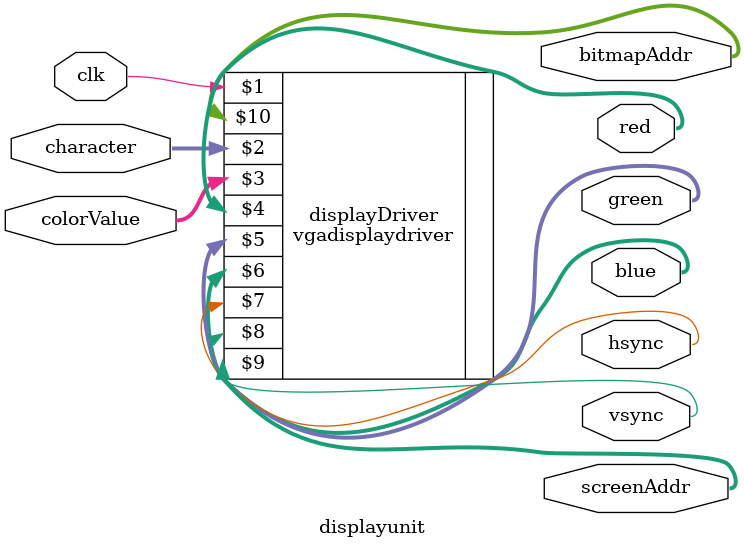
<source format=v>
`timescale 1ns / 1ps
module displayunit(
	 input clk,
	 input [2:0] character,
	 input [7:0] colorValue,
    output [2:0] red,
    output [2:0] green,
    output [2:1] blue,
    output hsync,
    output vsync,
	 output [10:0] screenAddr,
	 output [10:0] bitmapAddr
    );
	
	wire [2:0] character;
	wire [7:0] colorValue;
	
	vgadisplaydriver displayDriver(clk, character, colorValue, red, green, blue, hsync, vsync, screenAddr, bitmapAddr);
	
endmodule

</source>
